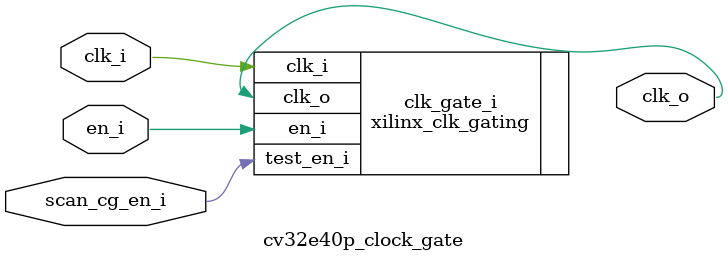
<source format=sv>

module cv32e40p_clock_gate (
    input  logic clk_i,
    input  logic en_i,
    input  logic scan_cg_en_i,
    output logic clk_o
);

  xilinx_clk_gating clk_gate_i (
    .clk_i,
    .en_i,
    .test_en_i(scan_cg_en_i),
    .clk_o
  );

endmodule  // cv32e40p_clock_gate

</source>
